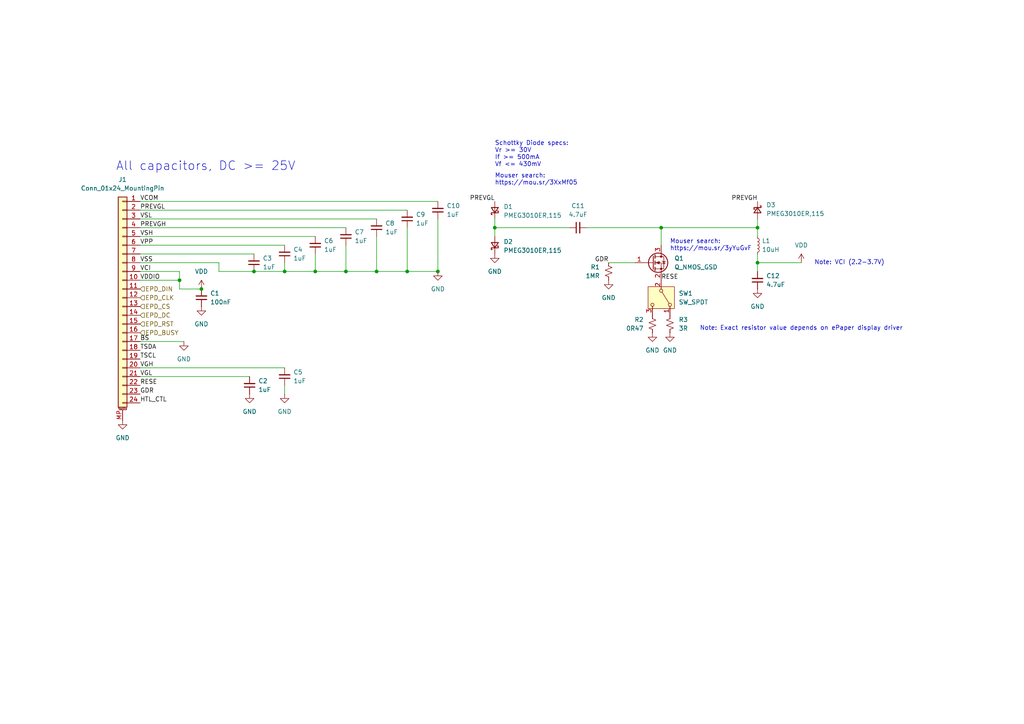
<source format=kicad_sch>
(kicad_sch (version 20231120) (generator "eeschema") (generator_version "8.0")
  (paper "A4")
  (lib_symbols
    (symbol "Connector_Generic_MountingPin:Conn_01x24_MountingPin" (pin_names (offset 1.016) hide)
      (property "Reference" "J" (at 0 30.48 0))
      (property "Value" "Conn_01x24_MountingPin" (at 1.27 -33.02 0))
      (symbol "Conn_01x24_MountingPin_1_1"
        (rectangle (start -1.27 -30.353) (end 0 -30.607) (stroke (width 0.1524)))
        (rectangle (start -1.27 -27.813) (end 0 -28.067) (stroke (width 0.1524)))
        (rectangle (start -1.27 -25.273) (end 0 -25.527) (stroke (width 0.1524)))
        (rectangle (start -1.27 -22.733) (end 0 -22.987) (stroke (width 0.1524)))
        (rectangle (start -1.27 -20.193) (end 0 -20.447) (stroke (width 0.1524)))
        (rectangle (start -1.27 -17.653) (end 0 -17.907) (stroke (width 0.1524)))
        (rectangle (start -1.27 -15.113) (end 0 -15.367) (stroke (width 0.1524)))
        (rectangle (start -1.27 -12.573) (end 0 -12.827) (stroke (width 0.1524)))
        (rectangle (start -1.27 -10.033) (end 0 -10.287) (stroke (width 0.1524)))
        (rectangle (start -1.27 -7.493) (end 0 -7.747) (stroke (width 0.1524)))
        (rectangle (start -1.27 -4.953) (end 0 -5.207) (stroke (width 0.1524)))
        (rectangle (start -1.27 -2.413) (end 0 -2.667) (stroke (width 0.1524)))
        (rectangle (start -1.27 0.127) (end 0 -0.127) (stroke (width 0.1524)))
        (rectangle (start -1.27 2.667) (end 0 2.413) (stroke (width 0.1524)))
        (rectangle (start -1.27 5.207) (end 0 4.953) (stroke (width 0.1524)))
        (rectangle (start -1.27 7.747) (end 0 7.493) (stroke (width 0.1524)))
        (rectangle (start -1.27 10.287) (end 0 10.033) (stroke (width 0.1524)))
        (rectangle (start -1.27 12.827) (end 0 12.573) (stroke (width 0.1524)))
        (rectangle (start -1.27 15.367) (end 0 15.113) (stroke (width 0.1524)))
        (rectangle (start -1.27 17.907) (end 0 17.653) (stroke (width 0.1524)))
        (rectangle (start -1.27 20.447) (end 0 20.193) (stroke (width 0.1524)))
        (rectangle (start -1.27 22.987) (end 0 22.733) (stroke (width 0.1524)))
        (rectangle (start -1.27 25.527) (end 0 25.273) (stroke (width 0.1524)))
        (rectangle (start -1.27 28.067) (end 0 27.813) (stroke (width 0.1524)))
        (rectangle (start -1.27 29.21) (end 1.27 -31.75) (stroke (width 0.254)) (fill (type background)))
        (polyline (pts (xy -1.016 -32.512) (xy 1.016 -32.512)) (stroke (width 0.1524)))
        (text "Mounting" (at 0 -32.131 0) (effects (font (size 0.381 0.381))))
        (pin passive line (at -5.08 27.94 0) (length 3.81) (name "Pin_1") (number "1"))
        (pin passive line (at -5.08 5.08 0) (length 3.81) (name "Pin_10") (number "10"))
        (pin passive line (at -5.08 2.54 0) (length 3.81) (name "Pin_11") (number "11"))
        (pin passive line (at -5.08 0 0) (length 3.81) (name "Pin_12") (number "12"))
        (pin passive line (at -5.08 -2.54 0) (length 3.81) (name "Pin_13") (number "13"))
        (pin passive line (at -5.08 -5.08 0) (length 3.81) (name "Pin_14") (number "14"))
        (pin passive line (at -5.08 -7.62 0) (length 3.81) (name "Pin_15") (number "15"))
        (pin passive line (at -5.08 -10.16 0) (length 3.81) (name "Pin_16") (number "16"))
        (pin passive line (at -5.08 -12.7 0) (length 3.81) (name "Pin_17") (number "17"))
        (pin passive line (at -5.08 -15.24 0) (length 3.81) (name "Pin_18") (number "18"))
        (pin passive line (at -5.08 -17.78 0) (length 3.81) (name "Pin_19") (number "19"))
        (pin passive line (at -5.08 25.4 0) (length 3.81) (name "Pin_2") (number "2"))
        (pin passive line (at -5.08 -20.32 0) (length 3.81) (name "Pin_20") (number "20"))
        (pin passive line (at -5.08 -22.86 0) (length 3.81) (name "Pin_21") (number "21"))
        (pin passive line (at -5.08 -25.4 0) (length 3.81) (name "Pin_22") (number "22"))
        (pin passive line (at -5.08 -27.94 0) (length 3.81) (name "Pin_23") (number "23"))
        (pin passive line (at -5.08 -30.48 0) (length 3.81) (name "Pin_24") (number "24"))
        (pin passive line (at -5.08 22.86 0) (length 3.81) (name "Pin_3") (number "3"))
        (pin passive line (at -5.08 20.32 0) (length 3.81) (name "Pin_4") (number "4"))
        (pin passive line (at -5.08 17.78 0) (length 3.81) (name "Pin_5") (number "5"))
        (pin passive line (at -5.08 15.24 0) (length 3.81) (name "Pin_6") (number "6"))
        (pin passive line (at -5.08 12.7 0) (length 3.81) (name "Pin_7") (number "7"))
        (pin passive line (at -5.08 10.16 0) (length 3.81) (name "Pin_8") (number "8"))
        (pin passive line (at -5.08 7.62 0) (length 3.81) (name "Pin_9") (number "9"))
        (pin passive line (at 0 -35.56 90) (length 3.048) (name "MountPin") (number "MP"))
      )
    )
    (symbol "Device:C_Small" (pin_numbers hide) (pin_names (offset 0.254) hide)
      (property "Reference" "C" (at 0.254 1.778 0))
      (property "Value" "C_Small" (at 0.254 -2.032 0))
      (symbol "C_Small_0_1"
        (polyline (pts (xy -1.524 -0.508) (xy 1.524 -0.508)) (stroke (width 0.3302)))
        (polyline (pts (xy -1.524 0.508) (xy 1.524 0.508)) (stroke (width 0.3048)))
      )
      (symbol "C_Small_1_1"
        (pin passive line (at 0 2.54 270) (length 2.032) (name "~") (number "1"))
        (pin passive line (at 0 -2.54 90) (length 2.032) (name "~") (number "2"))
      )
    )
    (symbol "Device:D_Schottky_Small" (pin_numbers hide) (pin_names (offset 0.254) hide)
      (property "Reference" "D" (at -1.27 2.032 0))
      (property "Value" "D_Schottky_Small" (at -7.112 -2.032 0))
      (symbol "D_Schottky_Small_0_1"
        (polyline (pts (xy -0.762 0) (xy 0.762 0)))
        (polyline (pts (xy 0.762 -1.016) (xy -0.762 0) (xy 0.762 1.016) (xy 0.762 -1.016)) (stroke (width 0.254)))
        (polyline (pts (xy -1.27 0.762) (xy -1.27 1.016) (xy -0.762 1.016) (xy -0.762 -1.016) (xy -0.254 -1.016) (xy -0.254 -0.762)) (stroke (width 0.254)))
      )
      (symbol "D_Schottky_Small_1_1"
        (pin passive line (at -2.54 0 0) (length 1.778) (name "K") (number "1"))
        (pin passive line (at 2.54 0 180) (length 1.778) (name "A") (number "2"))
      )
    )
    (symbol "Device:L_Small" (pin_numbers hide) (pin_names (offset 0.254) hide)
      (property "Reference" "L" (at 0.762 1.016 0))
      (property "Value" "L_Small" (at 0.762 -1.016 0))
      (symbol "L_Small_0_1"
        (arc (start 0 -2.032) (mid 0.5058 -1.524) (end 0 -1.016))
        (arc (start 0 -1.016) (mid 0.5058 -0.508) (end 0 0))
        (arc (start 0 0) (mid 0.5058 0.508) (end 0 1.016))
        (arc (start 0 1.016) (mid 0.5058 1.524) (end 0 2.032))
      )
      (symbol "L_Small_1_1"
        (pin passive line (at 0 2.54 270) (length 0.508) (name "~") (number "1"))
        (pin passive line (at 0 -2.54 90) (length 0.508) (name "~") (number "2"))
      )
    )
    (symbol "Device:Q_NMOS_GSD" (pin_names (offset 0) hide)
      (property "Reference" "Q" (at 5.08 1.27 0))
      (property "Value" "Q_NMOS_GSD" (at 5.08 -1.27 0))
      (symbol "Q_NMOS_GSD_0_1"
        (polyline (pts (xy 0.254 0) (xy -2.54 0)))
        (polyline (pts (xy 0.254 1.905) (xy 0.254 -1.905)) (stroke (width 0.254)))
        (polyline (pts (xy 0.762 -1.27) (xy 0.762 -2.286)) (stroke (width 0.254)))
        (polyline (pts (xy 0.762 0.508) (xy 0.762 -0.508)) (stroke (width 0.254)))
        (polyline (pts (xy 0.762 2.286) (xy 0.762 1.27)) (stroke (width 0.254)))
        (polyline (pts (xy 2.54 2.54) (xy 2.54 1.778)))
        (polyline (pts (xy 2.54 -2.54) (xy 2.54 0) (xy 0.762 0)))
        (polyline (pts (xy 0.762 -1.778) (xy 3.302 -1.778) (xy 3.302 1.778) (xy 0.762 1.778)))
        (polyline (pts (xy 1.016 0) (xy 2.032 0.381) (xy 2.032 -0.381) (xy 1.016 0)) (fill (type outline)))
        (polyline (pts (xy 2.794 0.508) (xy 2.921 0.381) (xy 3.683 0.381) (xy 3.81 0.254)))
        (polyline (pts (xy 3.302 0.381) (xy 2.921 -0.254) (xy 3.683 -0.254) (xy 3.302 0.381)))
        (circle (center 1.651 0) (radius 2.794) (stroke (width 0.254)))
        (circle (center 2.54 -1.778) (radius 0.254) (fill (type outline)))
        (circle (center 2.54 1.778) (radius 0.254) (fill (type outline)))
      )
      (symbol "Q_NMOS_GSD_1_1"
        (pin input line (at -5.08 0 0) (length 2.54) (name "G") (number "1"))
        (pin passive line (at 2.54 -5.08 90) (length 2.54) (name "S") (number "2"))
        (pin passive line (at 2.54 5.08 270) (length 2.54) (name "D") (number "3"))
      )
    )
    (symbol "Device:R_Small_US" (pin_numbers hide) (pin_names (offset 0.254) hide)
      (property "Reference" "R" (at 0.762 0.508 0))
      (property "Value" "R_Small_US" (at 0.762 -1.016 0))
      (symbol "R_Small_US_1_1"
        (polyline (pts (xy 0 0) (xy 1.016 -0.381) (xy 0 -0.762) (xy -1.016 -1.143) (xy 0 -1.524)))
        (polyline (pts (xy 0 1.524) (xy 1.016 1.143) (xy 0 0.762) (xy -1.016 0.381) (xy 0 0)))
        (pin passive line (at 0 2.54 270) (length 1.016) (name "~") (number "1"))
        (pin passive line (at 0 -2.54 90) (length 1.016) (name "~") (number "2"))
      )
    )
    (symbol "Switch:SW_SPDT" (pin_names (offset 0) hide)
      (property "Reference" "SW" (at 0 5.08 0))
      (property "Value" "SW_SPDT" (at 0 -5.08 0))
      (symbol "SW_SPDT_0_1"
        (circle (center -2.032 0) (radius 0.4572))
        (polyline (pts (xy -1.651 0.254) (xy 1.651 2.286)))
        (circle (center 2.032 -2.54) (radius 0.4572))
        (circle (center 2.032 2.54) (radius 0.4572))
      )
      (symbol "SW_SPDT_1_1"
        (rectangle (start -3.175 3.81) (end 3.175 -3.81) (fill (type background)))
        (pin passive line (at 5.08 2.54 180) (length 2.54) (name "A") (number "1"))
        (pin passive line (at -5.08 0 0) (length 2.54) (name "B") (number "2"))
        (pin passive line (at 5.08 -2.54 180) (length 2.54) (name "C") (number "3"))
      )
    )
    (symbol "power:GND" (power) (pin_numbers hide) (pin_names (offset 0) hide)
      (property "Value" "GND" (at 0 -3.81 0))
      (symbol "GND_0_1"
        (polyline (pts (xy 0 0) (xy 0 -1.27) (xy 1.27 -1.27) (xy 0 -2.54) (xy -1.27 -1.27) (xy 0 -1.27)))
      )
      (symbol "GND_1_1"
        (pin power_in line (at 0 0 270) (length 0) (name "~") (number "1"))
      )
    )
    (symbol "power:VDD" (power) (pin_numbers hide) (pin_names (offset 0) hide)
      (property "Value" "VDD" (at 0 3.556 0))
      (symbol "VDD_0_1"
        (polyline (pts (xy -0.762 1.27) (xy 0 2.54)))
        (polyline (pts (xy 0 0) (xy 0 2.54)))
        (polyline (pts (xy 0 2.54) (xy 0.762 1.27)))
      )
      (symbol "VDD_1_1"
        (pin power_in line (at 0 0 90) (length 0) (name "~") (number "1"))
      )
    )
  )
  (junction (at 91.44 78.74))
  (junction (at 52.07 81.28))
  (junction (at 100.33 78.74))
  (junction (at 219.71 76.2))
  (junction (at 219.71 66.04))
  (junction (at 191.77 66.04))
  (junction (at 73.66 78.74))
  (junction (at 127 78.74))
  (junction (at 109.22 78.74))
  (junction (at 118.11 78.74))
  (junction (at 58.42 83.82))
  (junction (at 82.55 78.74))
  (junction (at 143.51 66.04))
  (wire (pts (xy 109.22 78.74) (xy 118.11 78.74)))
  (wire (pts (xy 53.34 99.06) (xy 40.64 99.06)))
  (wire (pts (xy 52.07 78.74) (xy 52.07 81.28)))
  (wire (pts (xy 52.07 83.82) (xy 52.07 81.28)))
  (wire (pts (xy 100.33 71.12) (xy 100.33 78.74)))
  (wire (pts (xy 143.51 68.58) (xy 143.51 66.04)))
  (wire (pts (xy 109.22 68.58) (xy 109.22 78.74)))
  (wire (pts (xy 100.33 78.74) (xy 109.22 78.74)))
  (wire (pts (xy 40.64 63.5) (xy 109.22 63.5)))
  (wire (pts (xy 127 78.74) (xy 127 63.5)))
  (wire (pts (xy 40.64 66.04) (xy 100.33 66.04)))
  (wire (pts (xy 191.77 66.04) (xy 219.71 66.04)))
  (wire (pts (xy 219.71 76.2) (xy 219.71 73.66)))
  (wire (pts (xy 91.44 78.74) (xy 100.33 78.74)))
  (wire (pts (xy 118.11 78.74) (xy 127 78.74)))
  (wire (pts (xy 143.51 66.04) (xy 143.51 63.5)))
  (wire (pts (xy 73.66 78.74) (xy 82.55 78.74)))
  (wire (pts (xy 118.11 66.04) (xy 118.11 78.74)))
  (wire (pts (xy 91.44 73.66) (xy 91.44 78.74)))
  (wire (pts (xy 63.5 78.74) (xy 73.66 78.74)))
  (wire (pts (xy 219.71 78.74) (xy 219.71 76.2)))
  (wire (pts (xy 40.64 60.96) (xy 118.11 60.96)))
  (wire (pts (xy 58.42 83.82) (xy 52.07 83.82)))
  (wire (pts (xy 40.64 73.66) (xy 73.66 73.66)))
  (wire (pts (xy 170.18 66.04) (xy 191.77 66.04)))
  (wire (pts (xy 191.77 66.04) (xy 191.77 71.12)))
  (wire (pts (xy 40.64 109.22) (xy 72.39 109.22)))
  (wire (pts (xy 219.71 76.2) (xy 232.41 76.2)))
  (wire (pts (xy 40.64 78.74) (xy 52.07 78.74)))
  (wire (pts (xy 40.64 81.28) (xy 52.07 81.28)))
  (wire (pts (xy 40.64 76.2) (xy 63.5 76.2)))
  (wire (pts (xy 219.71 66.04) (xy 219.71 68.58)))
  (wire (pts (xy 176.53 76.2) (xy 184.15 76.2)))
  (wire (pts (xy 40.64 106.68) (xy 82.55 106.68)))
  (wire (pts (xy 82.55 76.2) (xy 82.55 78.74)))
  (wire (pts (xy 40.64 71.12) (xy 82.55 71.12)))
  (wire (pts (xy 40.64 58.42) (xy 127 58.42)))
  (wire (pts (xy 63.5 76.2) (xy 63.5 78.74)))
  (wire (pts (xy 82.55 78.74) (xy 91.44 78.74)))
  (wire (pts (xy 82.55 114.3) (xy 82.55 111.76)))
  (wire (pts (xy 40.64 68.58) (xy 91.44 68.58)))
  (wire (pts (xy 143.51 66.04) (xy 165.1 66.04)))
  (wire (pts (xy 219.71 63.5) (xy 219.71 66.04)))
  (text "Note: VCI (2.2-3.7V)" (at 246.38 76.2 0) (effects (font (size 1.27 1.27))))
  (text "Note: Exact resistor value depends on ePaper display driver" (at 232.41 95.25 0) (effects (font (size 1.27 1.27))))
  (text "Schottky Diode specs:\nVr >= 30V\nIf >= 500mA\nVf <= 430mV\n\n" (at 143.51 45.72 0) (effects (font (size 1.27 1.27)) (justify left)))
  (text "Mouser search:\nhttps://mou.sr/3yYuGvF" (at 194.31 71.12 0) (effects (font (size 1.27 1.27)) (justify left)))
  (text "All capacitors, DC >= 25V" (at 59.69 48.26 0) (effects (font (size 2.54 2.54))))
  (text "Mouser search:\nhttps://mou.sr/3XxMf05" (at 143.51 52.07 0) (effects (font (size 1.27 1.27)) (justify left)))
  (label "GDR" (at 176.53 76.2 180))
  (label "VCI" (at 40.64 78.74 0))
  (label "RESE" (at 191.77 81.28 0))
  (label "VSH" (at 40.64 68.58 0))
  (label "PREVGL" (at 40.64 60.96 0))
  (label "RESE" (at 40.64 111.76 0))
  (label "VSL" (at 40.64 63.5 0))
  (label "VDDIO" (at 40.64 81.28 0))
  (label "VCOM" (at 40.64 58.42 0))
  (label "VGL" (at 40.64 109.22 0))
  (label "VPP" (at 40.64 71.12 0))
  (label "TSCL" (at 40.64 104.14 0))
  (label "PREVGL" (at 143.51 58.42 180))
  (label "BS" (at 40.64 99.06 0))
  (label "VGH" (at 40.64 106.68 0))
  (label "PREVGH" (at 219.71 58.42 180))
  (label "GDR" (at 40.64 114.3 0))
  (label "TSDA" (at 40.64 101.6 0))
  (label "VSS" (at 40.64 76.2 0))
  (label "PREVGH" (at 40.64 66.04 0))
  (label "HTL_CTL" (at 40.64 116.84 0))
  (hierarchical_label "EPD_CLK" (shape input) (at 40.64 86.36 0))
  (hierarchical_label "EPD_DIN" (shape input) (at 40.64 83.82 0))
  (hierarchical_label "EPD_RST" (shape input) (at 40.64 93.98 0))
  (hierarchical_label "EPD_BUSY" (shape input) (at 40.64 96.52 0))
  (hierarchical_label "EPD_DC" (shape input) (at 40.64 91.44 0))
  (hierarchical_label "EPD_CS" (shape input) (at 40.64 88.9 0))
  (symbol (lib_id "Device:C_Small") (at 73.66 76.2 180) (unit 1)
    (property "Reference" "C3" (at 76.2 74.9235 0) (effects (justify right)))
    (property "Value" "1uF" (at 76.2 77.4635 0) (effects (justify right)))
    (property "Footprint" "Capacitor_SMD:C_0402_1005Metric" (effects (hide yes)))
    (property "Description" "Unpolarized capacitor, small symbol" (effects (hide yes)))
    (property "LCSC" "C52923" (effects (hide yes)))
  )
  (symbol (lib_id "Connector_Generic_MountingPin:Conn_01x24_MountingPin") (at 35.56 86.36 0) (mirror y) (unit 1)
    (property "Reference" "J1" (at 35.56 52.07 0))
    (property "Value" "Conn_01x24_MountingPin" (at 35.56 54.61 0))
    (property "Footprint" "Connector_FFC-FPC:TE_2-1734839-4_1x24-1MP_P0.5mm_Horizontal" (effects (hide yes)))
    (property "Description" "Generic connectable mounting pin connector, single row, 01x24, script generated (kicad-library-utils/schlib/autogen/connector/)" (effects (hide yes)))
    (property "LCSC" "C2911766" (effects (hide yes)))
  )
  (symbol (lib_id "Device:C_Small") (at 127 60.96 180) (unit 1)
    (property "Reference" "C10" (at 129.54 59.6835 0) (effects (justify right)))
    (property "Value" "1uF" (at 129.54 62.2235 0) (effects (justify right)))
    (property "Footprint" "Capacitor_SMD:C_0402_1005Metric" (effects (hide yes)))
    (property "Description" "Unpolarized capacitor, small symbol" (effects (hide yes)))
    (property "LCSC" "C52923" (effects (hide yes)))
  )
  (symbol (lib_id "power:GND") (at 127 78.74 0) (unit 1)
    (property "Reference" "#PWR09" (effects (hide yes)))
    (property "Value" "GND" (at 127 83.82 0))
    (property "Description" "Power symbol creates a global label with name \"GND\" , ground" (effects (hide yes)))
  )
  (symbol (lib_id "Device:C_Small") (at 82.55 109.22 180) (unit 1)
    (property "Reference" "C5" (at 85.09 107.9435 0) (effects (justify right)))
    (property "Value" "1uF" (at 85.09 110.4835 0) (effects (justify right)))
    (property "Footprint" "Capacitor_SMD:C_0402_1005Metric" (effects (hide yes)))
    (property "Description" "Unpolarized capacitor, small symbol" (effects (hide yes)))
    (property "LCSC" "C52923" (effects (hide yes)))
  )
  (symbol (lib_id "Device:Q_NMOS_GSD") (at 189.23 76.2 0) (unit 1)
    (property "Reference" "Q1" (at 195.58 74.9299 0) (effects (justify left)))
    (property "Value" "Q_NMOS_GSD" (at 195.58 77.4699 0) (effects (justify left)))
    (property "Footprint" "Package_TO_SOT_SMD:SOT-23" (effects (hide yes)))
    (property "Description" "N-MOSFET transistor, gate/source/drain" (effects (hide yes)))
    (property "LCSC" "C414015" (effects (hide yes)))
  )
  (symbol (lib_id "Device:D_Schottky_Small") (at 143.51 71.12 90) (unit 1)
    (property "Reference" "D2" (at 146.05 70.1039 90) (effects (justify right)))
    (property "Value" "PMEG3010ER,115" (at 146.05 72.6439 90) (effects (justify right)))
    (property "Footprint" "Diode_SMD:D_SOD-123" (effects (hide yes)))
    (property "Description" "Schottky diode, small symbol" (effects (hide yes)))
    (property "LCSC" "C456106" (effects (hide yes)))
  )
  (symbol (lib_id "power:GND") (at 176.53 81.28 0) (unit 1)
    (property "Reference" "#PWR011" (effects (hide yes)))
    (property "Value" "GND" (at 176.53 86.36 0))
    (property "Description" "Power symbol creates a global label with name \"GND\" , ground" (effects (hide yes)))
  )
  (symbol (lib_id "power:GND") (at 189.23 96.52 0) (unit 1)
    (property "Reference" "#PWR012" (effects (hide yes)))
    (property "Value" "GND" (at 189.23 101.6 0))
    (property "Description" "Power symbol creates a global label with name \"GND\" , ground" (effects (hide yes)))
  )
  (symbol (lib_id "Device:C_Small") (at 100.33 68.58 180) (unit 1)
    (property "Reference" "C7" (at 102.87 67.3035 0) (effects (justify right)))
    (property "Value" "1uF" (at 102.87 69.8435 0) (effects (justify right)))
    (property "Footprint" "Capacitor_SMD:C_0402_1005Metric" (effects (hide yes)))
    (property "Description" "Unpolarized capacitor, small symbol" (effects (hide yes)))
    (property "LCSC" "C52923" (effects (hide yes)))
  )
  (symbol (lib_id "Device:C_Small") (at 167.64 66.04 90) (unit 1)
    (property "Reference" "C11" (at 167.6463 59.69 90))
    (property "Value" "4.7uF" (at 167.6463 62.23 90))
    (property "Footprint" "Capacitor_SMD:C_0402_1005Metric" (effects (hide yes)))
    (property "Description" "Unpolarized capacitor, small symbol" (effects (hide yes)))
    (property "LCSC" "C2858031" (effects (hide yes)))
  )
  (symbol (lib_id "power:GND") (at 35.56 121.92 0) (unit 1)
    (property "Reference" "#PWR01" (effects (hide yes)))
    (property "Value" "GND" (at 35.56 127 0))
    (property "Description" "Power symbol creates a global label with name \"GND\" , ground" (effects (hide yes)))
  )
  (symbol (lib_id "Device:R_Small_US") (at 176.53 78.74 0) (unit 1)
    (property "Reference" "R1" (at 173.99 77.4699 0) (effects (justify right)))
    (property "Value" "1MR" (at 173.99 80.0099 0) (effects (justify right)))
    (property "Footprint" "Resistor_SMD:R_0402_1005Metric" (effects (hide yes)))
    (property "Description" "Resistor, small US symbol" (effects (hide yes)))
    (property "LCSC" "C26083" (effects (hide yes)))
  )
  (symbol (lib_id "Device:C_Small") (at 72.39 111.76 180) (unit 1)
    (property "Reference" "C2" (at 74.93 110.4835 0) (effects (justify right)))
    (property "Value" "1uF" (at 74.93 113.0235 0) (effects (justify right)))
    (property "Footprint" "Capacitor_SMD:C_0402_1005Metric" (effects (hide yes)))
    (property "Description" "Unpolarized capacitor, small symbol" (effects (hide yes)))
    (property "LCSC" "C52923" (effects (hide yes)))
  )
  (symbol (lib_id "Device:D_Schottky_Small") (at 219.71 60.96 270) (unit 1)
    (property "Reference" "D3" (at 222.25 59.4359 90) (effects (justify left)))
    (property "Value" "PMEG3010ER,115" (at 222.25 61.9759 90) (effects (justify left)))
    (property "Footprint" "Diode_SMD:D_SOD-123" (effects (hide yes)))
    (property "Description" "Schottky diode, small symbol" (effects (hide yes)))
    (property "LCSC" "C456106" (effects (hide yes)))
  )
  (symbol (lib_id "power:GND") (at 53.34 99.06 0) (unit 1)
    (property "Reference" "#PWR02" (effects (hide yes)))
    (property "Value" "GND" (at 53.34 104.14 0))
    (property "Description" "Power symbol creates a global label with name \"GND\" , ground" (effects (hide yes)))
  )
  (symbol (lib_id "Device:C_Small") (at 82.55 73.66 180) (unit 1)
    (property "Reference" "C4" (at 85.09 72.3835 0) (effects (justify right)))
    (property "Value" "1uF" (at 85.09 74.9235 0) (effects (justify right)))
    (property "Footprint" "Capacitor_SMD:C_0402_1005Metric" (effects (hide yes)))
    (property "Description" "Unpolarized capacitor, small symbol" (effects (hide yes)))
    (property "LCSC" "C52923" (effects (hide yes)))
  )
  (symbol (lib_id "power:GND") (at 219.71 83.82 0) (unit 1)
    (property "Reference" "#PWR014" (effects (hide yes)))
    (property "Value" "GND" (at 219.71 88.9 0))
    (property "Description" "Power symbol creates a global label with name \"GND\" , ground" (effects (hide yes)))
  )
  (symbol (lib_id "power:VDD") (at 58.42 83.82 0) (mirror y) (unit 1)
    (property "Reference" "#PWR03" (effects (hide yes)))
    (property "Value" "VDD" (at 58.42 78.74 0))
    (property "Description" "Power symbol creates a global label with name \"VDD\"" (effects (hide yes)))
  )
  (symbol (lib_id "Device:R_Small_US") (at 189.23 93.98 0) (unit 1)
    (property "Reference" "R2" (at 186.69 92.7099 0) (effects (justify right)))
    (property "Value" "0R47" (at 186.69 95.2499 0) (effects (justify right)))
    (property "Footprint" "Resistor_SMD:R_0603_1608Metric" (effects (hide yes)))
    (property "Description" "Resistor, small US symbol" (effects (hide yes)))
    (property "LCSC" "C186564" (effects (hide yes)))
  )
  (symbol (lib_id "Switch:SW_SPDT") (at 191.77 86.36 270) (unit 1)
    (property "Reference" "SW1" (at 196.85 85.0899 90) (effects (justify left)))
    (property "Value" "SW_SPDT" (at 196.85 87.6299 90) (effects (justify left)))
    (property "Footprint" "Button_Switch_SMD:SW_SPDT_PCM12" (effects (hide yes)))
    (property "Description" "Switch, single pole double throw" (effects (hide yes)))
    (property "LCSC" "C109335" (effects (hide yes)))
  )
  (symbol (lib_id "Device:C_Small") (at 109.22 66.04 180) (unit 1)
    (property "Reference" "C8" (at 111.76 64.7635 0) (effects (justify right)))
    (property "Value" "1uF" (at 111.76 67.3035 0) (effects (justify right)))
    (property "Footprint" "Capacitor_SMD:C_0402_1005Metric" (effects (hide yes)))
    (property "Description" "Unpolarized capacitor, small symbol" (effects (hide yes)))
    (property "LCSC" "C52923" (effects (hide yes)))
  )
  (symbol (lib_id "power:GND") (at 82.55 114.3 0) (unit 1)
    (property "Reference" "#PWR06" (effects (hide yes)))
    (property "Value" "GND" (at 82.55 119.38 0))
    (property "Description" "Power symbol creates a global label with name \"GND\" , ground" (effects (hide yes)))
  )
  (symbol (lib_id "Device:C_Small") (at 58.42 86.36 180) (unit 1)
    (property "Reference" "C1" (at 60.96 85.0835 0) (effects (justify right)))
    (property "Value" "100nF" (at 60.96 87.6235 0) (effects (justify right)))
    (property "Footprint" "Capacitor_SMD:C_0402_1005Metric" (effects (hide yes)))
    (property "Description" "Unpolarized capacitor, small symbol" (effects (hide yes)))
    (property "LCSC" "C307331" (effects (hide yes)))
  )
  (symbol (lib_id "power:GND") (at 143.51 73.66 0) (unit 1)
    (property "Reference" "#PWR010" (effects (hide yes)))
    (property "Value" "GND" (at 143.51 78.74 0))
    (property "Description" "Power symbol creates a global label with name \"GND\" , ground" (effects (hide yes)))
  )
  (symbol (lib_id "power:VDD") (at 232.41 76.2 0) (mirror y) (unit 1)
    (property "Reference" "#PWR015" (effects (hide yes)))
    (property "Value" "VDD" (at 232.41 71.12 0))
    (property "Description" "Power symbol creates a global label with name \"VDD\"" (effects (hide yes)))
  )
  (symbol (lib_id "power:GND") (at 194.31 96.52 0) (unit 1)
    (property "Reference" "#PWR013" (effects (hide yes)))
    (property "Value" "GND" (at 194.31 101.6 0))
    (property "Description" "Power symbol creates a global label with name \"GND\" , ground" (effects (hide yes)))
  )
  (symbol (lib_id "Device:C_Small") (at 118.11 63.5 180) (unit 1)
    (property "Reference" "C9" (at 120.65 62.2235 0) (effects (justify right)))
    (property "Value" "1uF" (at 120.65 64.7635 0) (effects (justify right)))
    (property "Footprint" "Capacitor_SMD:C_0402_1005Metric" (effects (hide yes)))
    (property "Description" "Unpolarized capacitor, small symbol" (effects (hide yes)))
    (property "LCSC" "C52923" (effects (hide yes)))
  )
  (symbol (lib_id "Device:R_Small_US") (at 194.31 93.98 0) (mirror y) (unit 1)
    (property "Reference" "R3" (at 196.85 92.7099 0) (effects (justify right)))
    (property "Value" "3R" (at 196.85 95.2499 0) (effects (justify right)))
    (property "Footprint" "Resistor_SMD:R_0603_1608Metric" (effects (hide yes)))
    (property "Description" "Resistor, small US symbol" (effects (hide yes)))
    (property "LCSC" "C23157" (effects (hide yes)))
  )
  (symbol (lib_id "power:GND") (at 72.39 114.3 0) (unit 1)
    (property "Reference" "#PWR05" (effects (hide yes)))
    (property "Value" "GND" (at 72.39 119.38 0))
    (property "Description" "Power symbol creates a global label with name \"GND\" , ground" (effects (hide yes)))
  )
  (symbol (lib_id "Device:C_Small") (at 219.71 81.28 180) (unit 1)
    (property "Reference" "C12" (at 222.25 80.0035 0) (effects (justify right)))
    (property "Value" "4.7uF" (at 222.25 82.5435 0) (effects (justify right)))
    (property "Footprint" "Capacitor_SMD:C_0402_1005Metric" (effects (hide yes)))
    (property "Description" "Unpolarized capacitor, small symbol" (effects (hide yes)))
    (property "LCSC" "C2858031" (effects (hide yes)))
  )
  (symbol (lib_id "Device:L_Small") (at 219.71 71.12 0) (unit 1)
    (property "Reference" "L1" (at 220.98 69.8499 0) (effects (justify left)))
    (property "Value" "10uH" (at 220.98 72.3899 0) (effects (justify left)))
    (property "Footprint" "Inductor_SMD:L_0805_2012Metric" (effects (hide yes)))
    (property "Description" "Inductor, small symbol" (effects (hide yes)))
    (property "LCSC" "C2909263" (effects (hide yes)))
  )
  (symbol (lib_id "power:GND") (at 58.42 88.9 0) (unit 1)
    (property "Reference" "#PWR04" (effects (hide yes)))
    (property "Value" "GND" (at 58.42 93.98 0))
    (property "Description" "Power symbol creates a global label with name \"GND\" , ground" (effects (hide yes)))
  )
  (symbol (lib_id "Device:C_Small") (at 91.44 71.12 180) (unit 1)
    (property "Reference" "C6" (at 93.98 69.8435 0) (effects (justify right)))
    (property "Value" "1uF" (at 93.98 72.3835 0) (effects (justify right)))
    (property "Footprint" "Capacitor_SMD:C_0402_1005Metric" (effects (hide yes)))
    (property "Description" "Unpolarized capacitor, small symbol" (effects (hide yes)))
    (property "LCSC" "C52923" (effects (hide yes)))
  )
  (symbol (lib_id "Device:D_Schottky_Small") (at 143.51 60.96 90) (unit 1)
    (property "Reference" "D1" (at 146.05 59.9439 90) (effects (justify right)))
    (property "Value" "PMEG3010ER,115" (at 146.05 62.4839 90) (effects (justify right)))
    (property "Footprint" "Diode_SMD:D_SOD-123" (effects (hide yes)))
    (property "Description" "Schottky diode, small symbol" (effects (hide yes)))
    (property "LCSC" "C456106" (effects (hide yes)))
  )
)
</source>
